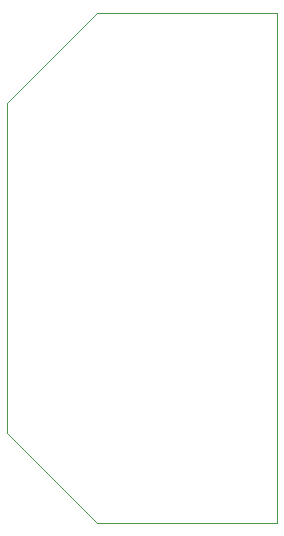
<source format=gbr>
G04 #@! TF.GenerationSoftware,KiCad,Pcbnew,(6.0.0)*
G04 #@! TF.CreationDate,2022-01-07T01:25:47-05:00*
G04 #@! TF.ProjectId,SKR-Mini_Screen,534b522d-4d69-46e6-995f-53637265656e,rev?*
G04 #@! TF.SameCoordinates,Original*
G04 #@! TF.FileFunction,Profile,NP*
%FSLAX46Y46*%
G04 Gerber Fmt 4.6, Leading zero omitted, Abs format (unit mm)*
G04 Created by KiCad (PCBNEW (6.0.0)) date 2022-01-07 01:25:47*
%MOMM*%
%LPD*%
G01*
G04 APERTURE LIST*
G04 #@! TA.AperFunction,Profile*
%ADD10C,0.050000*%
G04 #@! TD*
G04 APERTURE END LIST*
D10*
X130810000Y-128270000D02*
X123190000Y-120650000D01*
X146050000Y-128270000D02*
X130810000Y-128270000D01*
X146050000Y-85090000D02*
X146050000Y-128270000D01*
X123190000Y-92710000D02*
X123190000Y-120650000D01*
X130810000Y-85090000D02*
X123190000Y-92710000D01*
X146050000Y-85090000D02*
X130810000Y-85090000D01*
M02*

</source>
